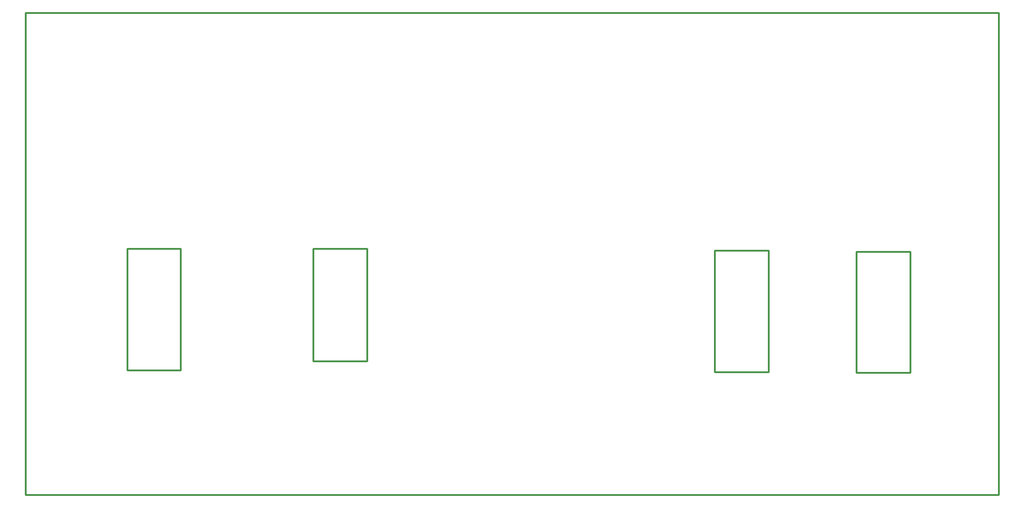
<source format=gm1>
G04*
G04 #@! TF.GenerationSoftware,Altium Limited,Altium Designer,22.8.2 (66)*
G04*
G04 Layer_Color=16711935*
%FSLAX44Y44*%
%MOMM*%
G71*
G04*
G04 #@! TF.SameCoordinates,A88769B3-AE7A-4E98-8DBA-C7F6B74A5C9B*
G04*
G04*
G04 #@! TF.FilePolarity,Positive*
G04*
G01*
G75*
%ADD10C,0.2540*%
D10*
X1162050Y-503860D02*
X1237050D01*
X1162050Y-334010D02*
X1237050D01*
Y-503860D02*
Y-334010D01*
X1162050Y-503860D02*
Y-334010D01*
X963930Y-502590D02*
X1038930D01*
X963930Y-332740D02*
X1038930D01*
Y-502590D02*
Y-332740D01*
X963930Y-502590D02*
Y-332740D01*
X402590Y-487680D02*
X477590D01*
X402590Y-330200D02*
X477590D01*
Y-487680D02*
Y-330200D01*
X402590Y-487680D02*
Y-330200D01*
X142240Y-500100D02*
X217240D01*
X142240Y-330200D02*
X217240D01*
Y-500100D02*
Y-330200D01*
X142240Y-500100D02*
Y-330200D01*
X1361000Y-675000D02*
Y0D01*
X0Y-675000D02*
X1361000D01*
X0D02*
Y0D01*
X1361000D01*
M02*

</source>
